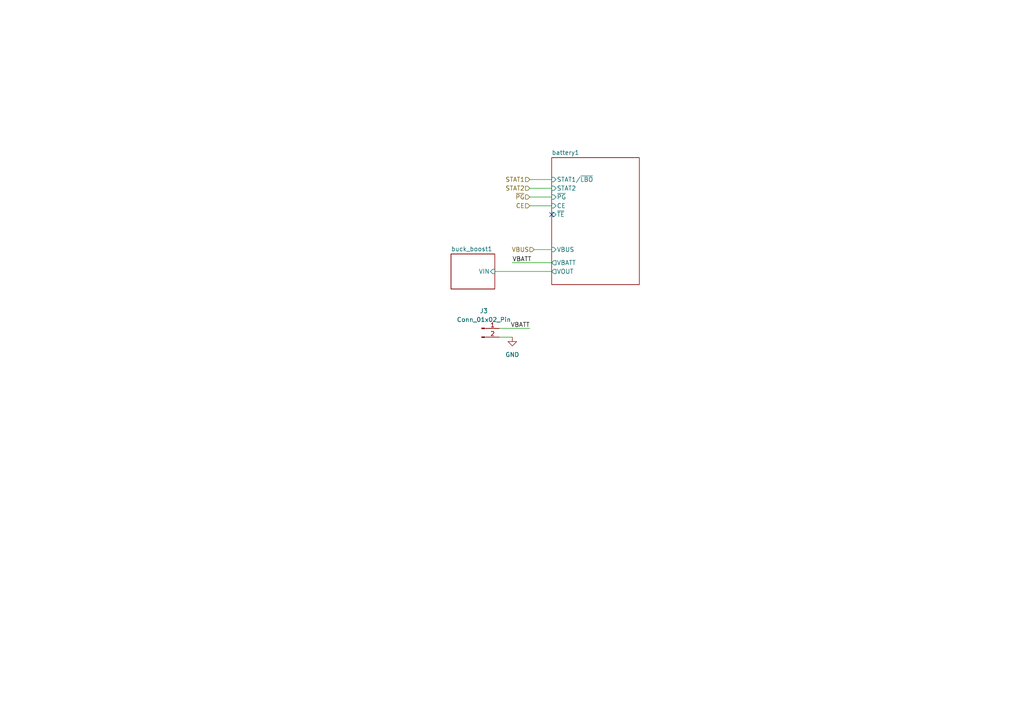
<source format=kicad_sch>
(kicad_sch (version 20230121) (generator eeschema)
  (paper "A4")
  (lib_symbols
    (symbol "Connector:Conn_01x02_Pin" (pin_names (offset 1.016) hide)
      (property "Reference" "J" (at 0 2.54 0))
      (property "Value" "Conn_01x02_Pin" (at 0 -5.08 0))
      (symbol "Conn_01x02_Pin_1_1"
        (polyline (pts (xy 1.27 -2.54) (xy 0.8636 -2.54)) (stroke (width 0.1524)))
        (polyline (pts (xy 1.27 0) (xy 0.8636 0)) (stroke (width 0.1524)))
        (rectangle (start 0.8636 -2.413) (end 0 -2.667) (stroke (width 0.1524)) (fill (type outline)))
        (rectangle (start 0.8636 0.127) (end 0 -0.127) (stroke (width 0.1524)) (fill (type outline)))
        (pin passive line (at 5.08 0 180) (length 3.81) (name "Pin_1") (number "1"))
        (pin passive line (at 5.08 -2.54 180) (length 3.81) (name "Pin_2") (number "2"))
      )
    )
    (symbol "power:GND" (power) (pin_names (offset 0))
      (property "Value" "GND" (at 0 -3.81 0))
      (symbol "GND_0_1"
        (polyline (pts (xy 0 0) (xy 0 -1.27) (xy 1.27 -1.27) (xy 0 -2.54) (xy -1.27 -1.27) (xy 0 -1.27)))
      )
      (symbol "GND_1_1"
        (pin power_in line (at 0 0 270) (length 0) hide (name "GND") (number "1"))
      )
    )
  )
  (no_connect (at 160.02 62.23))
  (wire (pts (xy 154.94 72.39) (xy 160.02 72.39)))
  (wire (pts (xy 143.51 78.74) (xy 160.02 78.74)))
  (wire (pts (xy 144.78 95.25) (xy 153.67 95.25)))
  (wire (pts (xy 148.59 76.2) (xy 160.02 76.2)))
  (wire (pts (xy 153.67 54.61) (xy 160.02 54.61)))
  (wire (pts (xy 148.59 97.79) (xy 144.78 97.79)))
  (wire (pts (xy 153.67 59.69) (xy 160.02 59.69)))
  (wire (pts (xy 153.67 57.15) (xy 160.02 57.15)))
  (wire (pts (xy 153.67 52.07) (xy 160.02 52.07)))
  (label "VBATT" (at 148.59 76.2 0))
  (label "VBATT" (at 153.67 95.25 180))
  (hierarchical_label "~{PG}" (shape input) (at 153.67 57.15 180))
  (hierarchical_label "VBUS" (shape input) (at 154.94 72.39 180))
  (hierarchical_label "CE" (shape input) (at 153.67 59.69 180))
  (hierarchical_label "STAT1" (shape input) (at 153.67 52.07 180))
  (hierarchical_label "STAT2" (shape input) (at 153.67 54.61 180))
  (symbol (lib_id "Connector:Conn_01x02_Pin") (at 139.7 95.25 0) (unit 1)
    (property "Reference" "J3" (at 140.335 90.17 0))
    (property "Value" "Conn_01x02_Pin" (at 140.335 92.71 0))
  )
  (symbol (lib_id "power:GND") (at 148.59 97.79 0) (unit 1)
    (property "Reference" "#PWR035" (effects hide))
    (property "Value" "GND" (at 148.59 102.87 0))
  )
  (sheet (at 130.81 73.66) (size 12.7 10.16) (stroke (width 0.1524))
    (property "Sheetname" "buck_boost1" (at 130.81 72.9484 0) (effects (justify left bottom)))
    (property "Sheetfile" "buck_boost.kicad_sch" (effects hide))
    (pin "VIN" input (at 143.51 78.74 0))
  )
  (sheet (at 160.02 45.72) (size 25.4 36.83) (stroke (width 0.1524))
    (property "Sheetname" "battery1" (at 160.02 45.0084 0) (effects (justify left bottom)))
    (property "Sheetfile" "battery.kicad_sch" (effects hide))
    (pin "~{TE}" input (at 160.02 62.23 180))
    (pin "VBATT" output (at 160.02 76.2 180))
    (pin "VOUT" output (at 160.02 78.74 180))
    (pin "STAT2" input (at 160.02 54.61 180))
    (pin "~{PG}" input (at 160.02 57.15 180))
    (pin "CE" input (at 160.02 59.69 180))
    (pin "STAT1{slash}~{LBO}" input (at 160.02 52.07 180))
    (pin "VBUS" input (at 160.02 72.39 180))
  )
)
</source>
